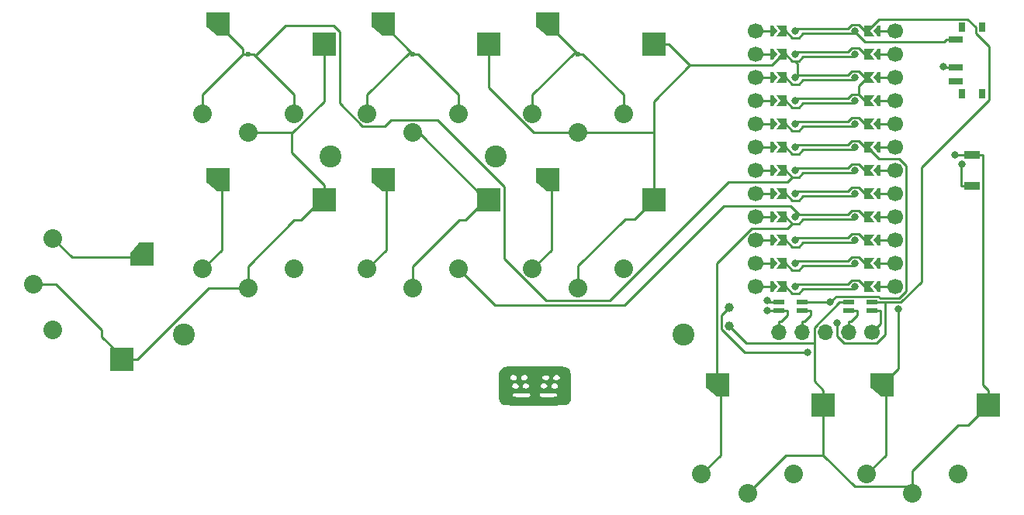
<source format=gbr>
%TF.GenerationSoftware,KiCad,Pcbnew,7.0.9*%
%TF.CreationDate,2024-03-07T17:23:47+01:00*%
%TF.ProjectId,zenFlow,7a656e46-6c6f-4772-9e6b-696361645f70,1*%
%TF.SameCoordinates,Original*%
%TF.FileFunction,Copper,L2,Bot*%
%TF.FilePolarity,Positive*%
%FSLAX46Y46*%
G04 Gerber Fmt 4.6, Leading zero omitted, Abs format (unit mm)*
G04 Created by KiCad (PCBNEW 7.0.9) date 2024-03-07 17:23:47*
%MOMM*%
%LPD*%
G01*
G04 APERTURE LIST*
G04 Aperture macros list*
%AMFreePoly0*
4,1,6,1.300000,-1.300000,-0.050000,-1.300000,-1.300000,-0.250000,-1.300000,1.300000,1.300000,1.300000,1.300000,-1.300000,1.300000,-1.300000,$1*%
%AMFreePoly1*
4,1,6,0.250000,0.000000,-0.250000,-0.625000,-0.500000,-0.625000,-0.500000,0.625000,-0.250000,0.625000,0.250000,0.000000,0.250000,0.000000,$1*%
%AMFreePoly2*
4,1,6,0.500000,-0.625000,-0.650000,-0.625000,-0.150000,0.000000,-0.650000,0.625000,0.500000,0.625000,0.500000,-0.625000,0.500000,-0.625000,$1*%
G04 Aperture macros list end*
%TA.AperFunction,SMDPad,CuDef*%
%ADD10FreePoly0,270.000000*%
%TD*%
%TA.AperFunction,SMDPad,CuDef*%
%ADD11R,2.600000X2.600000*%
%TD*%
%TA.AperFunction,ComponentPad*%
%ADD12C,2.032000*%
%TD*%
%TA.AperFunction,SMDPad,CuDef*%
%ADD13FreePoly0,0.000000*%
%TD*%
%TA.AperFunction,ComponentPad*%
%ADD14C,1.700000*%
%TD*%
%TA.AperFunction,ComponentPad*%
%ADD15C,0.800000*%
%TD*%
%TA.AperFunction,SMDPad,CuDef*%
%ADD16FreePoly1,0.000000*%
%TD*%
%TA.AperFunction,SMDPad,CuDef*%
%ADD17FreePoly2,0.000000*%
%TD*%
%TA.AperFunction,SMDPad,CuDef*%
%ADD18FreePoly2,180.000000*%
%TD*%
%TA.AperFunction,SMDPad,CuDef*%
%ADD19FreePoly1,180.000000*%
%TD*%
%TA.AperFunction,SMDPad,CuDef*%
%ADD20R,0.800000X1.000000*%
%TD*%
%TA.AperFunction,SMDPad,CuDef*%
%ADD21R,1.500000X0.700000*%
%TD*%
%TA.AperFunction,SMDPad,CuDef*%
%ADD22R,1.700000X0.900000*%
%TD*%
%TA.AperFunction,ComponentPad*%
%ADD23C,1.000000*%
%TD*%
%TA.AperFunction,ComponentPad*%
%ADD24C,0.600000*%
%TD*%
%TA.AperFunction,ComponentPad*%
%ADD25C,2.400000*%
%TD*%
%TA.AperFunction,SMDPad,CuDef*%
%ADD26R,1.200000X0.600000*%
%TD*%
%TA.AperFunction,ComponentPad*%
%ADD27O,1.700000X1.700000*%
%TD*%
%TA.AperFunction,ViaPad*%
%ADD28C,0.800000*%
%TD*%
%TA.AperFunction,Conductor*%
%ADD29C,0.250000*%
%TD*%
G04 APERTURE END LIST*
%TA.AperFunction,EtchedComponent*%
%TO.C,G\u002A\u002A\u002A*%
G36*
X207710300Y-162880686D02*
G01*
X207711516Y-163235098D01*
X207711655Y-163631693D01*
X207711667Y-163665737D01*
X207711667Y-164651957D01*
X207711667Y-165266679D01*
X207604619Y-165424213D01*
X207565138Y-165476866D01*
X207375242Y-165641177D01*
X207119274Y-165754779D01*
X207118723Y-165754936D01*
X207057680Y-165760182D01*
X206919007Y-165765256D01*
X206709542Y-165770084D01*
X206436118Y-165774591D01*
X206105573Y-165778701D01*
X205724741Y-165782340D01*
X205300459Y-165785434D01*
X204839562Y-165787908D01*
X204348886Y-165789686D01*
X203835267Y-165790695D01*
X203281340Y-165791310D01*
X202728327Y-165791634D01*
X202249100Y-165791176D01*
X201837878Y-165789533D01*
X201488882Y-165786303D01*
X201196331Y-165781082D01*
X200954445Y-165773470D01*
X200757445Y-165763063D01*
X200599549Y-165749458D01*
X200474979Y-165732255D01*
X200377953Y-165711049D01*
X200302692Y-165685439D01*
X200243415Y-165655023D01*
X200194343Y-165619397D01*
X200149695Y-165578161D01*
X200103692Y-165530910D01*
X200073941Y-165498374D01*
X199983321Y-165379258D01*
X199924930Y-165272994D01*
X199913248Y-165203241D01*
X199902805Y-165058761D01*
X199894255Y-164853313D01*
X199889010Y-164653005D01*
X201404000Y-164653005D01*
X201424061Y-164741223D01*
X201511825Y-164813871D01*
X201520538Y-164817325D01*
X201624247Y-164836819D01*
X201805842Y-164851147D01*
X202059564Y-164859982D01*
X202379659Y-164863000D01*
X202588886Y-164862686D01*
X202807598Y-164860613D01*
X202964029Y-164855465D01*
X203071048Y-164845953D01*
X203141526Y-164830787D01*
X203188331Y-164808677D01*
X203224333Y-164778333D01*
X203287969Y-164697299D01*
X203299879Y-164603290D01*
X203289541Y-164589128D01*
X204328464Y-164589128D01*
X204330421Y-164603290D01*
X204344240Y-164703297D01*
X204419086Y-164797099D01*
X204453672Y-164815881D01*
X204522077Y-164835331D01*
X204626510Y-164848836D01*
X204779123Y-164857327D01*
X204992069Y-164861737D01*
X205277500Y-164863000D01*
X205563836Y-164861130D01*
X205807782Y-164853425D01*
X205985633Y-164837722D01*
X206107086Y-164811871D01*
X206181835Y-164773726D01*
X206219575Y-164721137D01*
X206230000Y-164651957D01*
X206228353Y-164611268D01*
X206213243Y-164552488D01*
X206173932Y-164508811D01*
X206100347Y-164478028D01*
X205982414Y-164457932D01*
X205810057Y-164446312D01*
X205573203Y-164440960D01*
X205261776Y-164439667D01*
X204971906Y-164441155D01*
X204718795Y-164446623D01*
X204539043Y-164456436D01*
X204426697Y-164470937D01*
X204375800Y-164490466D01*
X204328464Y-164589128D01*
X203289541Y-164589128D01*
X203231583Y-164509728D01*
X203217900Y-164498762D01*
X203173268Y-164476881D01*
X203103034Y-164461037D01*
X202995390Y-164450311D01*
X202838524Y-164443785D01*
X202620626Y-164440543D01*
X202329883Y-164439667D01*
X202104133Y-164440071D01*
X201855909Y-164443158D01*
X201674440Y-164451357D01*
X201549315Y-164467067D01*
X201470121Y-164492688D01*
X201426446Y-164530618D01*
X201407876Y-164583258D01*
X201404000Y-164653005D01*
X199889010Y-164653005D01*
X199887597Y-164599033D01*
X199882831Y-164308055D01*
X199879957Y-163992513D01*
X199878975Y-163664542D01*
X199879088Y-163623567D01*
X201287646Y-163623567D01*
X201297467Y-163720537D01*
X201380909Y-163827757D01*
X201478524Y-163893506D01*
X201621865Y-163927199D01*
X201771494Y-163915217D01*
X201905501Y-163863119D01*
X202001973Y-163776462D01*
X202031912Y-163682948D01*
X202468369Y-163682948D01*
X202508882Y-163797710D01*
X202611477Y-163882076D01*
X202648652Y-163897448D01*
X202827420Y-163931597D01*
X202992234Y-163904868D01*
X203123211Y-163823604D01*
X203200468Y-163694150D01*
X203202413Y-163686865D01*
X203196605Y-163622180D01*
X204415967Y-163622180D01*
X204425603Y-163686865D01*
X204432930Y-163736049D01*
X204521209Y-163843927D01*
X204596019Y-163890184D01*
X204762051Y-163932395D01*
X204929165Y-163911294D01*
X205067758Y-163827757D01*
X205075527Y-163819819D01*
X205143681Y-163732458D01*
X205171667Y-163663114D01*
X205170053Y-163643968D01*
X205166841Y-163637377D01*
X205591511Y-163637377D01*
X205595374Y-163663114D01*
X205610732Y-163765434D01*
X205689086Y-163865766D01*
X205716062Y-163881884D01*
X205858653Y-163921860D01*
X206026070Y-163921474D01*
X206178004Y-163879588D01*
X206214525Y-163857278D01*
X206289124Y-163757303D01*
X206308252Y-163631693D01*
X206271803Y-163509403D01*
X206179673Y-163419388D01*
X206172442Y-163415660D01*
X206019388Y-163376881D01*
X205846620Y-163386225D01*
X205699864Y-163441576D01*
X205630609Y-163513658D01*
X205591511Y-163637377D01*
X205166841Y-163637377D01*
X205120432Y-163542151D01*
X205020595Y-163448213D01*
X204896500Y-163388099D01*
X204839562Y-163376093D01*
X204682117Y-163379278D01*
X204551646Y-163430330D01*
X204459234Y-163515786D01*
X204415967Y-163622180D01*
X203196605Y-163622180D01*
X203192323Y-163574483D01*
X203117073Y-163477865D01*
X202994920Y-163407745D01*
X202844120Y-163374852D01*
X202682929Y-163389920D01*
X202560064Y-163455420D01*
X202486557Y-163561086D01*
X202471674Y-163660807D01*
X202468369Y-163682948D01*
X202031912Y-163682948D01*
X202039000Y-163660807D01*
X202007525Y-163544267D01*
X201915563Y-163447513D01*
X201784599Y-163387289D01*
X201636366Y-163369391D01*
X201492599Y-163399614D01*
X201375030Y-163483754D01*
X201351035Y-163512712D01*
X201287646Y-163623567D01*
X199879088Y-163623567D01*
X199879884Y-163336275D01*
X199882683Y-163019848D01*
X199887372Y-162727395D01*
X199887825Y-162709738D01*
X201107589Y-162709738D01*
X201112348Y-162822884D01*
X201187083Y-162932082D01*
X201222243Y-162957448D01*
X201350036Y-163007685D01*
X201496118Y-163029603D01*
X201615667Y-163014575D01*
X201682257Y-162980666D01*
X201788047Y-162877092D01*
X201826685Y-162750355D01*
X201826075Y-162741271D01*
X202275563Y-162741271D01*
X202278699Y-162750355D01*
X202317825Y-162863690D01*
X202382406Y-162934729D01*
X202488470Y-163002223D01*
X202501040Y-163006944D01*
X202607379Y-163036357D01*
X202701545Y-163028961D01*
X202826415Y-162982217D01*
X202953280Y-162893666D01*
X203011081Y-162777688D01*
X203004020Y-162723985D01*
X204588636Y-162723985D01*
X204598344Y-162777688D01*
X204601989Y-162797855D01*
X204674250Y-162893568D01*
X204786572Y-162981837D01*
X204931932Y-163026285D01*
X205080392Y-163020012D01*
X205211616Y-162967616D01*
X205305264Y-162873694D01*
X205326069Y-162797516D01*
X205772369Y-162797516D01*
X205828786Y-162899388D01*
X205954981Y-162981956D01*
X206003057Y-163001460D01*
X206118092Y-163034908D01*
X206217286Y-163027879D01*
X206344942Y-162980173D01*
X206369312Y-162968442D01*
X206473497Y-162875746D01*
X206513016Y-162758125D01*
X206490888Y-162637155D01*
X206410133Y-162534414D01*
X206273768Y-162471482D01*
X206245112Y-162465922D01*
X206077714Y-162464032D01*
X205938402Y-162509599D01*
X205835515Y-162589269D01*
X205777391Y-162689692D01*
X205774915Y-162742845D01*
X205772369Y-162797516D01*
X205326069Y-162797516D01*
X205341000Y-162742845D01*
X205325559Y-162653391D01*
X205249975Y-162544750D01*
X205129546Y-162477072D01*
X204984628Y-162455750D01*
X204835575Y-162486176D01*
X204702744Y-162573743D01*
X204636718Y-162643582D01*
X204588636Y-162723985D01*
X203004020Y-162723985D01*
X202994698Y-162653083D01*
X202901124Y-162537739D01*
X202781709Y-162473164D01*
X202637395Y-162451541D01*
X202498850Y-162476354D01*
X202381848Y-162538789D01*
X202302161Y-162630033D01*
X202275563Y-162741271D01*
X201826075Y-162741271D01*
X201821936Y-162679671D01*
X201778226Y-162576514D01*
X201671367Y-162498671D01*
X201671111Y-162498536D01*
X201524128Y-162454101D01*
X201381075Y-162464825D01*
X201255162Y-162518887D01*
X201159596Y-162604465D01*
X201107589Y-162709738D01*
X199887825Y-162709738D01*
X199893952Y-162471049D01*
X199902421Y-162262946D01*
X199912779Y-162115220D01*
X199925027Y-162040006D01*
X200013705Y-161884246D01*
X200171778Y-161721933D01*
X200366833Y-161598925D01*
X200376518Y-161594549D01*
X200412797Y-161580550D01*
X200457391Y-161568426D01*
X200516173Y-161558042D01*
X200595016Y-161549262D01*
X200699795Y-161541948D01*
X200836380Y-161535965D01*
X201010647Y-161531175D01*
X201228468Y-161527442D01*
X201495717Y-161524629D01*
X201818266Y-161522601D01*
X202201989Y-161521220D01*
X202652759Y-161520350D01*
X203176449Y-161519854D01*
X203778933Y-161519596D01*
X204294714Y-161519702D01*
X204901997Y-161520660D01*
X205430029Y-161522588D01*
X205881886Y-161525529D01*
X206260644Y-161529525D01*
X206569378Y-161534621D01*
X206811165Y-161540857D01*
X206989080Y-161548279D01*
X207106200Y-161556927D01*
X207165600Y-161566846D01*
X207178467Y-161571361D01*
X207315703Y-161635217D01*
X207447128Y-161717201D01*
X207462332Y-161728489D01*
X207524703Y-161776683D01*
X207575696Y-161825140D01*
X207616456Y-161882299D01*
X207648129Y-161956603D01*
X207671861Y-162056490D01*
X207688799Y-162190401D01*
X207700087Y-162366778D01*
X207706872Y-162594059D01*
X207708834Y-162758125D01*
X207710300Y-162880686D01*
G37*
%TD.AperFunction*%
%TD*%
D10*
%TO.P,S1,1*%
%TO.N,P8*%
X160950000Y-149225000D03*
D11*
%TO.P,S1,2*%
%TO.N,GND*%
X158750000Y-160775000D03*
D12*
X149100000Y-152500000D03*
%TO.P,S1,1*%
%TO.N,P8*%
X151200000Y-147500000D03*
X151200000Y-157500000D03*
%TD*%
D13*
%TO.P,S2,1*%
%TO.N,P7*%
X169225000Y-141110000D03*
D11*
%TO.P,S2,2*%
%TO.N,GND*%
X180775000Y-143310000D03*
D12*
X172500000Y-152960000D03*
%TO.P,S2,1*%
%TO.N,P7*%
X167500000Y-150860000D03*
X177500000Y-150860000D03*
%TD*%
D13*
%TO.P,S3,1*%
%TO.N,P19*%
X169225000Y-124110000D03*
D11*
%TO.P,S3,2*%
%TO.N,GND*%
X180775000Y-126310000D03*
D12*
X172500000Y-135960000D03*
%TO.P,S3,1*%
%TO.N,P19*%
X167500000Y-133860000D03*
X177500000Y-133860000D03*
%TD*%
D13*
%TO.P,S4,1*%
%TO.N,P6*%
X187225000Y-141110000D03*
D11*
%TO.P,S4,2*%
%TO.N,GND*%
X198775000Y-143310000D03*
D12*
X190500000Y-152960000D03*
%TO.P,S4,1*%
%TO.N,P6*%
X185500000Y-150860000D03*
X195500000Y-150860000D03*
%TD*%
D13*
%TO.P,S5,1*%
%TO.N,P20*%
X187225000Y-124110000D03*
D11*
%TO.P,S5,2*%
%TO.N,GND*%
X198775000Y-126310000D03*
D12*
X190500000Y-135960000D03*
%TO.P,S5,1*%
%TO.N,P20*%
X185500000Y-133860000D03*
X195500000Y-133860000D03*
%TD*%
D13*
%TO.P,S6,1*%
%TO.N,P5*%
X205225000Y-141110000D03*
D11*
%TO.P,S6,2*%
%TO.N,GND*%
X216775000Y-143310000D03*
D12*
X208500000Y-152960000D03*
%TO.P,S6,1*%
%TO.N,P5*%
X203500000Y-150860000D03*
X213500000Y-150860000D03*
%TD*%
D13*
%TO.P,S7,1*%
%TO.N,P21*%
X205225000Y-124110000D03*
D11*
%TO.P,S7,2*%
%TO.N,GND*%
X216775000Y-126310000D03*
D12*
X208500000Y-135960000D03*
%TO.P,S7,1*%
%TO.N,P21*%
X203500000Y-133860000D03*
X213500000Y-133860000D03*
%TD*%
D13*
%TO.P,S8,1*%
%TO.N,P15*%
X223725000Y-163550000D03*
D11*
%TO.P,S8,2*%
%TO.N,GND*%
X235275000Y-165750000D03*
D12*
X227000000Y-175400000D03*
%TO.P,S8,1*%
%TO.N,P15*%
X222000000Y-173300000D03*
X232000000Y-173300000D03*
%TD*%
D13*
%TO.P,S9,1*%
%TO.N,P14*%
X241725000Y-163550000D03*
D11*
%TO.P,S9,2*%
%TO.N,GND*%
X253275000Y-165750000D03*
D12*
X245000000Y-175400000D03*
%TO.P,S9,1*%
%TO.N,P14*%
X240000000Y-173300000D03*
X250000000Y-173300000D03*
%TD*%
D14*
%TO.P,MCU1,24*%
%TO.N,MCU1_24*%
X227880000Y-124860000D03*
%TO.P,MCU1,1*%
%TO.N,MCU1_1*%
X243120000Y-124860000D03*
D15*
%TO.P,MCU1,124*%
%TO.N,P1*%
X232238000Y-124860000D03*
%TO.P,MCU1,1*%
%TO.N,RAW*%
X238762000Y-124860000D03*
D16*
%TO.P,MCU1,24*%
%TO.N,MCU1_24*%
X230000000Y-124860000D03*
D17*
%TO.P,MCU1,1*%
%TO.N,RAW*%
X230725000Y-124860000D03*
D18*
%TO.P,MCU1,124*%
%TO.N,P1*%
X240275000Y-124860000D03*
D19*
%TO.P,MCU1,1*%
%TO.N,MCU1_1*%
X241000000Y-124860000D03*
D14*
%TO.P,MCU1,23*%
%TO.N,MCU1_23*%
X227880000Y-127400000D03*
%TO.P,MCU1,2*%
%TO.N,MCU1_2*%
X243120000Y-127400000D03*
D15*
%TO.P,MCU1,123*%
%TO.N,P0*%
X232238000Y-127400000D03*
%TO.P,MCU1,2*%
%TO.N,GND*%
X238762000Y-127400000D03*
D16*
%TO.P,MCU1,23*%
%TO.N,MCU1_23*%
X230000000Y-127400000D03*
D17*
%TO.P,MCU1,2*%
%TO.N,GND*%
X230725000Y-127400000D03*
D18*
%TO.P,MCU1,123*%
%TO.N,P0*%
X240275000Y-127400000D03*
D19*
%TO.P,MCU1,2*%
%TO.N,MCU1_2*%
X241000000Y-127400000D03*
D14*
%TO.P,MCU1,22*%
%TO.N,MCU1_22*%
X227880000Y-129940000D03*
%TO.P,MCU1,3*%
%TO.N,MCU1_3*%
X243120000Y-129940000D03*
D15*
%TO.P,MCU1,122*%
%TO.N,GND*%
X232238000Y-129940000D03*
%TO.P,MCU1,3*%
%TO.N,RST*%
X238762000Y-129940000D03*
D16*
%TO.P,MCU1,22*%
%TO.N,MCU1_22*%
X230000000Y-129940000D03*
D17*
%TO.P,MCU1,3*%
%TO.N,RST*%
X230725000Y-129940000D03*
D18*
%TO.P,MCU1,122*%
%TO.N,GND*%
X240275000Y-129940000D03*
D19*
%TO.P,MCU1,3*%
%TO.N,MCU1_3*%
X241000000Y-129940000D03*
D14*
%TO.P,MCU1,21*%
%TO.N,MCU1_21*%
X227880000Y-132480000D03*
%TO.P,MCU1,4*%
%TO.N,MCU1_4*%
X243120000Y-132480000D03*
D15*
%TO.P,MCU1,121*%
%TO.N,GND*%
X232238000Y-132480000D03*
%TO.P,MCU1,4*%
%TO.N,VCC*%
X238762000Y-132480000D03*
D16*
%TO.P,MCU1,21*%
%TO.N,MCU1_21*%
X230000000Y-132480000D03*
D17*
%TO.P,MCU1,4*%
%TO.N,VCC*%
X230725000Y-132480000D03*
D18*
%TO.P,MCU1,121*%
%TO.N,GND*%
X240275000Y-132480000D03*
D19*
%TO.P,MCU1,4*%
%TO.N,MCU1_4*%
X241000000Y-132480000D03*
D14*
%TO.P,MCU1,20*%
%TO.N,MCU1_20*%
X227880000Y-135020000D03*
%TO.P,MCU1,5*%
%TO.N,MCU1_5*%
X243120000Y-135020000D03*
D15*
%TO.P,MCU1,120*%
%TO.N,P2*%
X232238000Y-135020000D03*
%TO.P,MCU1,5*%
%TO.N,P21*%
X238762000Y-135020000D03*
D16*
%TO.P,MCU1,20*%
%TO.N,MCU1_20*%
X230000000Y-135020000D03*
D17*
%TO.P,MCU1,5*%
%TO.N,P21*%
X230725000Y-135020000D03*
D18*
%TO.P,MCU1,120*%
%TO.N,P2*%
X240275000Y-135020000D03*
D19*
%TO.P,MCU1,5*%
%TO.N,MCU1_5*%
X241000000Y-135020000D03*
D14*
%TO.P,MCU1,19*%
%TO.N,MCU1_19*%
X227880000Y-137560000D03*
%TO.P,MCU1,6*%
%TO.N,MCU1_6*%
X243120000Y-137560000D03*
D15*
%TO.P,MCU1,119*%
%TO.N,P3*%
X232238000Y-137560000D03*
%TO.P,MCU1,6*%
%TO.N,P20*%
X238762000Y-137560000D03*
D16*
%TO.P,MCU1,19*%
%TO.N,MCU1_19*%
X230000000Y-137560000D03*
D17*
%TO.P,MCU1,6*%
%TO.N,P20*%
X230725000Y-137560000D03*
D18*
%TO.P,MCU1,119*%
%TO.N,P3*%
X240275000Y-137560000D03*
D19*
%TO.P,MCU1,6*%
%TO.N,MCU1_6*%
X241000000Y-137560000D03*
D14*
%TO.P,MCU1,18*%
%TO.N,MCU1_18*%
X227880000Y-140100000D03*
%TO.P,MCU1,7*%
%TO.N,MCU1_7*%
X243120000Y-140100000D03*
D15*
%TO.P,MCU1,118*%
%TO.N,P4*%
X232238000Y-140100000D03*
%TO.P,MCU1,7*%
%TO.N,P19*%
X238762000Y-140100000D03*
D16*
%TO.P,MCU1,18*%
%TO.N,MCU1_18*%
X230000000Y-140100000D03*
D17*
%TO.P,MCU1,7*%
%TO.N,P19*%
X230725000Y-140100000D03*
D18*
%TO.P,MCU1,118*%
%TO.N,P4*%
X240275000Y-140100000D03*
D19*
%TO.P,MCU1,7*%
%TO.N,MCU1_7*%
X241000000Y-140100000D03*
D14*
%TO.P,MCU1,17*%
%TO.N,MCU1_17*%
X227880000Y-142640000D03*
%TO.P,MCU1,8*%
%TO.N,MCU1_8*%
X243120000Y-142640000D03*
D15*
%TO.P,MCU1,117*%
%TO.N,P5*%
X232238000Y-142640000D03*
%TO.P,MCU1,8*%
%TO.N,P18*%
X238762000Y-142640000D03*
D16*
%TO.P,MCU1,17*%
%TO.N,MCU1_17*%
X230000000Y-142640000D03*
D17*
%TO.P,MCU1,8*%
%TO.N,P18*%
X230725000Y-142640000D03*
D18*
%TO.P,MCU1,117*%
%TO.N,P5*%
X240275000Y-142640000D03*
D19*
%TO.P,MCU1,8*%
%TO.N,MCU1_8*%
X241000000Y-142640000D03*
D14*
%TO.P,MCU1,16*%
%TO.N,MCU1_16*%
X227880000Y-145180000D03*
%TO.P,MCU1,9*%
%TO.N,MCU1_9*%
X243120000Y-145180000D03*
D15*
%TO.P,MCU1,116*%
%TO.N,P6*%
X232238000Y-145180000D03*
%TO.P,MCU1,9*%
%TO.N,P15*%
X238762000Y-145180000D03*
D16*
%TO.P,MCU1,16*%
%TO.N,MCU1_16*%
X230000000Y-145180000D03*
D17*
%TO.P,MCU1,9*%
%TO.N,P15*%
X230725000Y-145180000D03*
D18*
%TO.P,MCU1,116*%
%TO.N,P6*%
X240275000Y-145180000D03*
D19*
%TO.P,MCU1,9*%
%TO.N,MCU1_9*%
X241000000Y-145180000D03*
D14*
%TO.P,MCU1,15*%
%TO.N,MCU1_15*%
X227880000Y-147720000D03*
%TO.P,MCU1,10*%
%TO.N,MCU1_10*%
X243120000Y-147720000D03*
D15*
%TO.P,MCU1,115*%
%TO.N,P7*%
X232238000Y-147720000D03*
%TO.P,MCU1,10*%
%TO.N,P14*%
X238762000Y-147720000D03*
D16*
%TO.P,MCU1,15*%
%TO.N,MCU1_15*%
X230000000Y-147720000D03*
D17*
%TO.P,MCU1,10*%
%TO.N,P14*%
X230725000Y-147720000D03*
D18*
%TO.P,MCU1,115*%
%TO.N,P7*%
X240275000Y-147720000D03*
D19*
%TO.P,MCU1,10*%
%TO.N,MCU1_10*%
X241000000Y-147720000D03*
D14*
%TO.P,MCU1,14*%
%TO.N,MCU1_14*%
X227880000Y-150260000D03*
%TO.P,MCU1,11*%
%TO.N,MCU1_11*%
X243120000Y-150260000D03*
D15*
%TO.P,MCU1,114*%
%TO.N,P8*%
X232238000Y-150260000D03*
%TO.P,MCU1,11*%
%TO.N,P16*%
X238762000Y-150260000D03*
D16*
%TO.P,MCU1,14*%
%TO.N,MCU1_14*%
X230000000Y-150260000D03*
D17*
%TO.P,MCU1,11*%
%TO.N,P16*%
X230725000Y-150260000D03*
D18*
%TO.P,MCU1,114*%
%TO.N,P8*%
X240275000Y-150260000D03*
D19*
%TO.P,MCU1,11*%
%TO.N,MCU1_11*%
X241000000Y-150260000D03*
D14*
%TO.P,MCU1,13*%
%TO.N,MCU1_13*%
X227880000Y-152800000D03*
%TO.P,MCU1,12*%
%TO.N,MCU1_12*%
X243120000Y-152800000D03*
D15*
%TO.P,MCU1,113*%
%TO.N,P9*%
X232238000Y-152800000D03*
%TO.P,MCU1,12*%
%TO.N,P10*%
X238762000Y-152800000D03*
D16*
%TO.P,MCU1,13*%
%TO.N,MCU1_13*%
X230000000Y-152800000D03*
D17*
%TO.P,MCU1,12*%
%TO.N,P10*%
X230725000Y-152800000D03*
D18*
%TO.P,MCU1,113*%
%TO.N,P9*%
X240275000Y-152800000D03*
D19*
%TO.P,MCU1,12*%
%TO.N,MCU1_12*%
X241000000Y-152800000D03*
%TD*%
D20*
%TO.P,SW1,*%
%TO.N,*%
X250415000Y-124410000D03*
X252625000Y-124410000D03*
D21*
%TO.P,SW1,4*%
%TO.N,N/C*%
X249765000Y-130310000D03*
D20*
%TO.P,SW1,*%
%TO.N,*%
X250415000Y-131710000D03*
D21*
%TO.P,SW1,5*%
%TO.N,BAT_P*%
X249765000Y-128810000D03*
%TO.P,SW1,6*%
%TO.N,RAW*%
X249765000Y-125810000D03*
D20*
%TO.P,SW1,*%
%TO.N,*%
X252625000Y-131710000D03*
%TD*%
D22*
%TO.P,S10,1*%
%TO.N,RST*%
X251500000Y-141760000D03*
%TO.P,S10,2*%
%TO.N,GND*%
X251500000Y-138360000D03*
%TD*%
D23*
%TO.P,BAT,1*%
%TO.N,GND*%
X225000000Y-157060000D03*
%TO.P,BAT,2*%
%TO.N,BAT_P*%
X225000000Y-155060000D03*
%TD*%
D24*
%TO.P,Via1,1*%
%TO.N,P19*%
X172500000Y-127360000D03*
%TD*%
%TO.P,Via2,1*%
%TO.N,P20*%
X190500000Y-127360000D03*
%TD*%
%TO.P,Via3,1*%
%TO.N,P21*%
X208500000Y-127360000D03*
%TD*%
D25*
%TO.P,H1,*%
%TO.N,*%
X199500000Y-138560000D03*
%TD*%
%TO.P,H2,*%
%TO.N,*%
X181500000Y-138560000D03*
%TD*%
%TO.P,H3,*%
%TO.N,*%
X165500000Y-158060000D03*
%TD*%
%TO.P,H4,*%
%TO.N,*%
X220000000Y-158060000D03*
%TD*%
D26*
%TO.P,DISP1,24*%
%TO.N,P1*%
X240580000Y-154510000D03*
%TO.P,DISP1,25*%
%TO.N,GND*%
X238040000Y-154510000D03*
%TO.P,DISP1,26*%
%TO.N,P3*%
X232960000Y-154510000D03*
%TO.P,DISP1,27*%
%TO.N,P2*%
X230420000Y-154510000D03*
%TO.P,DISP1,20*%
%TO.N,DISP1_5*%
X240580000Y-155410000D03*
%TO.P,DISP1,21*%
%TO.N,DISP1_4*%
X238040000Y-155410000D03*
%TO.P,DISP1,22*%
%TO.N,DISP1_2*%
X232960000Y-155410000D03*
%TO.P,DISP1,23*%
%TO.N,DISP1_1*%
X230420000Y-155410000D03*
D27*
%TO.P,DISP1,1*%
X230420000Y-157760000D03*
%TO.P,DISP1,2*%
%TO.N,DISP1_2*%
X232960000Y-157760000D03*
%TO.P,DISP1,3*%
%TO.N,VCC*%
X235500000Y-157760000D03*
%TO.P,DISP1,4*%
%TO.N,DISP1_4*%
X238040000Y-157760000D03*
D14*
%TO.P,DISP1,5*%
%TO.N,DISP1_5*%
X240580000Y-157760000D03*
%TD*%
D28*
%TO.N,DISP1_1*%
X229190300Y-155380900D03*
%TO.N,BAT_P*%
X248409100Y-128738500D03*
X233557500Y-159981500D03*
%TO.N,P3*%
X236047300Y-154502600D03*
%TO.N,P2*%
X229198400Y-154315400D03*
%TO.N,P1*%
X236774500Y-156754900D03*
%TO.N,RST*%
X250412300Y-139422900D03*
%TO.N,P14*%
X243507100Y-155227500D03*
%TO.N,GND*%
X249679800Y-138359200D03*
%TD*%
D29*
%TO.N,DISP1_5*%
X241506900Y-156833100D02*
X241506900Y-155410000D01*
X240580000Y-157760000D02*
X241506900Y-156833100D01*
X240580000Y-155410000D02*
X241506900Y-155410000D01*
%TO.N,DISP1_4*%
X238966900Y-155910100D02*
X238966900Y-155410000D01*
X238293900Y-156583100D02*
X238966900Y-155910100D01*
X238040000Y-156583100D02*
X238293900Y-156583100D01*
X238040000Y-155410000D02*
X238966900Y-155410000D01*
X238040000Y-157760000D02*
X238040000Y-156583100D01*
%TO.N,DISP1_2*%
X233886900Y-155910100D02*
X233886900Y-155410000D01*
X233213900Y-156583100D02*
X233886900Y-155910100D01*
X232960000Y-156583100D02*
X233213900Y-156583100D01*
X232960000Y-155410000D02*
X233886900Y-155410000D01*
X232960000Y-157760000D02*
X232960000Y-156583100D01*
%TO.N,DISP1_1*%
X229219400Y-155410000D02*
X229190300Y-155380900D01*
X230420000Y-155410000D02*
X229219400Y-155410000D01*
X231346900Y-155910100D02*
X231346900Y-155410000D01*
X230673900Y-156583100D02*
X231346900Y-155910100D01*
X230420000Y-156583100D02*
X230673900Y-156583100D01*
X230420000Y-155410000D02*
X231346900Y-155410000D01*
X230420000Y-157760000D02*
X230420000Y-156583100D01*
%TO.N,BAT_P*%
X249765000Y-128810000D02*
X248688100Y-128810000D01*
X248480600Y-128810000D02*
X248409100Y-128738500D01*
X248688100Y-128810000D02*
X248480600Y-128810000D01*
X226734100Y-159981500D02*
X233557500Y-159981500D01*
X224161000Y-157408400D02*
X226734100Y-159981500D01*
X224161000Y-155899000D02*
X224161000Y-157408400D01*
X225000000Y-155060000D02*
X224161000Y-155899000D01*
%TO.N,MCU1_12*%
X243120000Y-152800000D02*
X241000000Y-152800000D01*
%TO.N,MCU1_13*%
X227880000Y-152800000D02*
X230000000Y-152800000D01*
%TO.N,MCU1_11*%
X243120000Y-150260000D02*
X241000000Y-150260000D01*
%TO.N,MCU1_14*%
X227880000Y-150260000D02*
X230000000Y-150260000D01*
%TO.N,MCU1_10*%
X243120000Y-147720000D02*
X241000000Y-147720000D01*
%TO.N,MCU1_15*%
X227880000Y-147720000D02*
X230000000Y-147720000D01*
%TO.N,MCU1_9*%
X243120000Y-145180000D02*
X241000000Y-145180000D01*
%TO.N,MCU1_16*%
X227880000Y-145180000D02*
X230000000Y-145180000D01*
%TO.N,MCU1_8*%
X243120000Y-142640000D02*
X241000000Y-142640000D01*
%TO.N,MCU1_17*%
X227880000Y-142640000D02*
X230000000Y-142640000D01*
%TO.N,MCU1_7*%
X243120000Y-140100000D02*
X241000000Y-140100000D01*
%TO.N,MCU1_18*%
X227880000Y-140100000D02*
X230000000Y-140100000D01*
%TO.N,MCU1_6*%
X243120000Y-137560000D02*
X241000000Y-137560000D01*
%TO.N,MCU1_19*%
X227880000Y-137560000D02*
X230000000Y-137560000D01*
%TO.N,MCU1_5*%
X243120000Y-135020000D02*
X241000000Y-135020000D01*
%TO.N,MCU1_20*%
X227880000Y-135020000D02*
X230000000Y-135020000D01*
%TO.N,MCU1_4*%
X243120000Y-132480000D02*
X241000000Y-132480000D01*
%TO.N,MCU1_21*%
X227880000Y-132480000D02*
X230000000Y-132480000D01*
%TO.N,MCU1_3*%
X243120000Y-129940000D02*
X241000000Y-129940000D01*
%TO.N,MCU1_22*%
X227880000Y-129940000D02*
X230000000Y-129940000D01*
%TO.N,MCU1_2*%
X243120000Y-127400000D02*
X241000000Y-127400000D01*
%TO.N,MCU1_23*%
X227880000Y-127400000D02*
X230000000Y-127400000D01*
%TO.N,MCU1_1*%
X243120000Y-124860000D02*
X241000000Y-124860000D01*
%TO.N,MCU1_24*%
X227880000Y-124860000D02*
X230000000Y-124860000D01*
%TO.N,P9*%
X240280000Y-152800000D02*
X240275000Y-152800000D01*
X232337200Y-152700800D02*
X232339200Y-152700800D01*
X232238000Y-152800000D02*
X232337200Y-152700800D01*
X232490000Y-152550000D02*
X232339200Y-152700800D01*
X237940000Y-152550000D02*
X232490000Y-152550000D01*
X238410000Y-152070000D02*
X237940000Y-152550000D01*
X239110000Y-152070000D02*
X238410000Y-152070000D01*
X239840000Y-152800000D02*
X239110000Y-152070000D01*
X240275000Y-152800000D02*
X239840000Y-152800000D01*
X232339200Y-152700800D02*
X232240000Y-152800000D01*
%TO.N,P4*%
X240280000Y-140100000D02*
X240275000Y-140100000D01*
X232337200Y-140000800D02*
X232339200Y-140000800D01*
X232238000Y-140100000D02*
X232337200Y-140000800D01*
X232490000Y-139850000D02*
X232339200Y-140000800D01*
X237940000Y-139850000D02*
X232490000Y-139850000D01*
X238410000Y-139370000D02*
X237940000Y-139850000D01*
X239110000Y-139370000D02*
X238410000Y-139370000D01*
X239840000Y-140100000D02*
X239110000Y-139370000D01*
X240275000Y-140100000D02*
X239840000Y-140100000D01*
X232339200Y-140000800D02*
X232240000Y-140100000D01*
%TO.N,P3*%
X240280000Y-137560000D02*
X240275000Y-137560000D01*
X232337200Y-137460800D02*
X232339200Y-137460800D01*
X232238000Y-137560000D02*
X232337200Y-137460800D01*
X232339200Y-137460800D02*
X232240000Y-137560000D01*
X240275000Y-137560000D02*
X240057500Y-137560000D01*
X232490000Y-137310000D02*
X232339200Y-137460800D01*
X237940000Y-137310000D02*
X232490000Y-137310000D01*
X238410000Y-136830000D02*
X237940000Y-137310000D01*
X239110000Y-136830000D02*
X238410000Y-136830000D01*
X239840000Y-137560000D02*
X239110000Y-136830000D01*
X240057500Y-137560000D02*
X239840000Y-137560000D01*
X232960000Y-154510000D02*
X233886900Y-154510000D01*
X233894300Y-154502600D02*
X233886900Y-154510000D01*
X236047300Y-154502600D02*
X233894300Y-154502600D01*
X236666800Y-153883100D02*
X236047300Y-154502600D01*
X241315400Y-153883100D02*
X236666800Y-153883100D01*
X241448300Y-154016000D02*
X241315400Y-153883100D01*
X243581100Y-154016000D02*
X241448300Y-154016000D01*
X244319600Y-153277500D02*
X243581100Y-154016000D01*
X244319600Y-139566000D02*
X244319600Y-153277500D01*
X243583600Y-138830000D02*
X244319600Y-139566000D01*
X241327500Y-138830000D02*
X243583600Y-138830000D01*
X240057500Y-137560000D02*
X241327500Y-138830000D01*
%TO.N,P2*%
X240280000Y-135020000D02*
X240275000Y-135020000D01*
X232337200Y-134920800D02*
X232339200Y-134920800D01*
X232238000Y-135020000D02*
X232337200Y-134920800D01*
X232339200Y-134920800D02*
X232240000Y-135020000D01*
X232490000Y-134770000D02*
X232339200Y-134920800D01*
X237940000Y-134770000D02*
X232490000Y-134770000D01*
X238410000Y-134290000D02*
X237940000Y-134770000D01*
X239110000Y-134290000D02*
X238410000Y-134290000D01*
X239840000Y-135020000D02*
X239110000Y-134290000D01*
X240275000Y-135020000D02*
X239840000Y-135020000D01*
X229298500Y-154315400D02*
X229493100Y-154510000D01*
X229198400Y-154315400D02*
X229298500Y-154315400D01*
X230420000Y-154510000D02*
X229493100Y-154510000D01*
%TO.N,P0*%
X240280000Y-127400000D02*
X240275000Y-127400000D01*
X232337200Y-127300800D02*
X232339200Y-127300800D01*
X232238000Y-127400000D02*
X232337200Y-127300800D01*
X232490000Y-127150000D02*
X232339200Y-127300800D01*
X237940000Y-127150000D02*
X232490000Y-127150000D01*
X238410000Y-126670000D02*
X237940000Y-127150000D01*
X239110000Y-126670000D02*
X238410000Y-126670000D01*
X239840000Y-127400000D02*
X239110000Y-126670000D01*
X240275000Y-127400000D02*
X239840000Y-127400000D01*
X232339200Y-127300800D02*
X232240000Y-127400000D01*
%TO.N,P1*%
X232337200Y-124760800D02*
X232339200Y-124760800D01*
X232238000Y-124860000D02*
X232337200Y-124760800D01*
X232339200Y-124760800D02*
X232240000Y-124860000D01*
X240280000Y-124860000D02*
X240275000Y-124860000D01*
X240275000Y-124860000D02*
X240057500Y-124860000D01*
X232490000Y-124610000D02*
X232339200Y-124760800D01*
X237940000Y-124610000D02*
X232490000Y-124610000D01*
X238410000Y-124130000D02*
X237940000Y-124610000D01*
X239110000Y-124130000D02*
X238410000Y-124130000D01*
X239840000Y-124860000D02*
X239110000Y-124130000D01*
X240057500Y-124860000D02*
X239840000Y-124860000D01*
X240580000Y-154510000D02*
X241506900Y-154510000D01*
X241992600Y-154510000D02*
X241506900Y-154510000D01*
X242013700Y-154488900D02*
X241992600Y-154510000D01*
X243750600Y-154488900D02*
X242013700Y-154488900D01*
X245980200Y-152259300D02*
X243750600Y-154488900D01*
X245980200Y-139743800D02*
X245980200Y-152259300D01*
X253364500Y-132359500D02*
X245980200Y-139743800D01*
X253364500Y-126554100D02*
X253364500Y-132359500D01*
X251893500Y-125083100D02*
X253364500Y-126554100D01*
X251893500Y-124457800D02*
X251893500Y-125083100D01*
X250970100Y-123534400D02*
X251893500Y-124457800D01*
X241383100Y-123534400D02*
X250970100Y-123534400D01*
X240057500Y-124860000D02*
X241383100Y-123534400D01*
X236774600Y-156754900D02*
X236774500Y-156754900D01*
X236774600Y-158185800D02*
X236774600Y-156754900D01*
X237525700Y-158936900D02*
X236774600Y-158185800D01*
X241071200Y-158936900D02*
X237525700Y-158936900D01*
X241992600Y-158015500D02*
X241071200Y-158936900D01*
X241992600Y-154510000D02*
X241992600Y-158015500D01*
%TO.N,P10*%
X230720000Y-152800000D02*
X230725000Y-152800000D01*
X238662800Y-152899200D02*
X238660800Y-152899200D01*
X238762000Y-152800000D02*
X238662800Y-152899200D01*
X238510000Y-153050000D02*
X238660800Y-152899200D01*
X233050000Y-153050000D02*
X238510000Y-153050000D01*
X232960000Y-153140000D02*
X233050000Y-153050000D01*
X232960000Y-153150000D02*
X232960000Y-153140000D01*
X232590000Y-153530000D02*
X232960000Y-153150000D01*
X231890000Y-153530000D02*
X232590000Y-153530000D01*
X231160000Y-152800000D02*
X231890000Y-153530000D01*
X230725000Y-152800000D02*
X231160000Y-152800000D01*
X238660800Y-152899200D02*
X238760000Y-152800000D01*
%TO.N,P16*%
X230720000Y-150260000D02*
X230725000Y-150260000D01*
X238662800Y-150359200D02*
X238660800Y-150359200D01*
X238762000Y-150260000D02*
X238662800Y-150359200D01*
X238510000Y-150510000D02*
X238660800Y-150359200D01*
X233050000Y-150510000D02*
X238510000Y-150510000D01*
X232960000Y-150600000D02*
X233050000Y-150510000D01*
X232960000Y-150610000D02*
X232960000Y-150600000D01*
X232590000Y-150990000D02*
X232960000Y-150610000D01*
X231890000Y-150990000D02*
X232590000Y-150990000D01*
X231160000Y-150260000D02*
X231890000Y-150990000D01*
X230725000Y-150260000D02*
X231160000Y-150260000D01*
X238660800Y-150359200D02*
X238760000Y-150260000D01*
%TO.N,P18*%
X230720000Y-142640000D02*
X230725000Y-142640000D01*
X238662800Y-142739200D02*
X238660800Y-142739200D01*
X238762000Y-142640000D02*
X238662800Y-142739200D01*
X238510000Y-142890000D02*
X238660800Y-142739200D01*
X233050000Y-142890000D02*
X238510000Y-142890000D01*
X232960000Y-142980000D02*
X233050000Y-142890000D01*
X232960000Y-142990000D02*
X232960000Y-142980000D01*
X232590000Y-143370000D02*
X232960000Y-142990000D01*
X231890000Y-143370000D02*
X232590000Y-143370000D01*
X231160000Y-142640000D02*
X231890000Y-143370000D01*
X230725000Y-142640000D02*
X231160000Y-142640000D01*
X238660800Y-142739200D02*
X238760000Y-142640000D01*
%TO.N,VCC*%
X230720000Y-132480000D02*
X230725000Y-132480000D01*
X238660800Y-132579200D02*
X238760000Y-132480000D01*
X238662800Y-132579200D02*
X238660800Y-132579200D01*
X238762000Y-132480000D02*
X238662800Y-132579200D01*
X238510000Y-132730000D02*
X238660800Y-132579200D01*
X233050000Y-132730000D02*
X238510000Y-132730000D01*
X232960000Y-132820000D02*
X233050000Y-132730000D01*
X232960000Y-132830000D02*
X232960000Y-132820000D01*
X232590000Y-133210000D02*
X232960000Y-132830000D01*
X231890000Y-133210000D02*
X232590000Y-133210000D01*
X231160000Y-132480000D02*
X231890000Y-133210000D01*
X230725000Y-132480000D02*
X231160000Y-132480000D01*
%TO.N,RST*%
X230720000Y-129940000D02*
X230725000Y-129940000D01*
X238662800Y-130039200D02*
X238660800Y-130039200D01*
X238762000Y-129940000D02*
X238662800Y-130039200D01*
X238510000Y-130190000D02*
X238660800Y-130039200D01*
X233050000Y-130190000D02*
X238510000Y-130190000D01*
X232960000Y-130280000D02*
X233050000Y-130190000D01*
X232960000Y-130290000D02*
X232960000Y-130280000D01*
X232590000Y-130670000D02*
X232960000Y-130290000D01*
X231890000Y-130670000D02*
X232590000Y-130670000D01*
X231160000Y-129940000D02*
X231890000Y-130670000D01*
X230725000Y-129940000D02*
X231160000Y-129940000D01*
X238660800Y-130039200D02*
X238760000Y-129940000D01*
X250323100Y-139512100D02*
X250412300Y-139422900D01*
X250323100Y-141760000D02*
X250323100Y-139512100D01*
X251500000Y-141760000D02*
X250323100Y-141760000D01*
%TO.N,RAW*%
X230720000Y-124860000D02*
X230725000Y-124860000D01*
X249765000Y-125810000D02*
X248688100Y-125810000D01*
X238510000Y-125110000D02*
X238660800Y-124959200D01*
X233050000Y-125110000D02*
X238510000Y-125110000D01*
X232960000Y-125200000D02*
X233050000Y-125110000D01*
X232960000Y-125210000D02*
X232960000Y-125200000D01*
X232590000Y-125590000D02*
X232960000Y-125210000D01*
X231890000Y-125590000D02*
X232590000Y-125590000D01*
X231160000Y-124860000D02*
X231890000Y-125590000D01*
X230725000Y-124860000D02*
X231160000Y-124860000D01*
X238660800Y-124959200D02*
X238760000Y-124860000D01*
X238762000Y-124959200D02*
X238660800Y-124959200D01*
X239852800Y-126050000D02*
X238762000Y-124959200D01*
X248448100Y-126050000D02*
X239852800Y-126050000D01*
X248688100Y-125810000D02*
X248448100Y-126050000D01*
X238762000Y-124959200D02*
X238762000Y-124860000D01*
%TO.N,P14*%
X230720000Y-147720000D02*
X230725000Y-147720000D01*
X238662800Y-147819200D02*
X238660800Y-147819200D01*
X238762000Y-147720000D02*
X238662800Y-147819200D01*
X238660800Y-147819200D02*
X238760000Y-147720000D01*
X238510000Y-147970000D02*
X238660800Y-147819200D01*
X233050000Y-147970000D02*
X238510000Y-147970000D01*
X232960000Y-148060000D02*
X233050000Y-147970000D01*
X232960000Y-148070000D02*
X232960000Y-148060000D01*
X232590000Y-148450000D02*
X232960000Y-148070000D01*
X231890000Y-148450000D02*
X232590000Y-148450000D01*
X231160000Y-147720000D02*
X231890000Y-148450000D01*
X230725000Y-147720000D02*
X231160000Y-147720000D01*
X242089600Y-171210400D02*
X240000000Y-173300000D01*
X242089600Y-163914600D02*
X242089600Y-171210400D01*
X241725000Y-163550000D02*
X242089600Y-163914600D01*
X243507100Y-161767900D02*
X241725000Y-163550000D01*
X243507100Y-155227500D02*
X243507100Y-161767900D01*
%TO.N,P15*%
X230720000Y-145180000D02*
X230725000Y-145180000D01*
X238662800Y-145279200D02*
X238660800Y-145279200D01*
X238762000Y-145180000D02*
X238662800Y-145279200D01*
X238660800Y-145279200D02*
X238760000Y-145180000D01*
X238510000Y-145430000D02*
X238660800Y-145279200D01*
X233050000Y-145430000D02*
X238510000Y-145430000D01*
X232960000Y-145520000D02*
X233050000Y-145430000D01*
X232960000Y-145530000D02*
X232960000Y-145520000D01*
X232590000Y-145910000D02*
X232960000Y-145530000D01*
X231890000Y-145910000D02*
X232590000Y-145910000D01*
X231887600Y-145907600D02*
X231890000Y-145910000D01*
X231160000Y-145180000D02*
X231887600Y-145907600D01*
X230725000Y-145180000D02*
X231160000Y-145180000D01*
X224076900Y-163901900D02*
X223725000Y-163550000D01*
X224076900Y-171223100D02*
X224076900Y-163901900D01*
X222000000Y-173300000D02*
X224076900Y-171223100D01*
X223695300Y-163520300D02*
X223725000Y-163550000D01*
X223695300Y-150238400D02*
X223695300Y-163520300D01*
X227483700Y-146450000D02*
X223695300Y-150238400D01*
X231345200Y-146450000D02*
X227483700Y-146450000D01*
X231887600Y-145907600D02*
X231345200Y-146450000D01*
%TO.N,P21*%
X230720000Y-135020000D02*
X230725000Y-135020000D01*
X238662800Y-135119200D02*
X238660800Y-135119200D01*
X238762000Y-135020000D02*
X238662800Y-135119200D01*
X238510000Y-135270000D02*
X238660800Y-135119200D01*
X233050000Y-135270000D02*
X238510000Y-135270000D01*
X232960000Y-135360000D02*
X233050000Y-135270000D01*
X232960000Y-135370000D02*
X232960000Y-135360000D01*
X232590000Y-135750000D02*
X232960000Y-135370000D01*
X231890000Y-135750000D02*
X232590000Y-135750000D01*
X231160000Y-135020000D02*
X231890000Y-135750000D01*
X230725000Y-135020000D02*
X231160000Y-135020000D01*
X238660800Y-135119200D02*
X238760000Y-135020000D01*
X209040600Y-127360000D02*
X208500000Y-127360000D01*
X213500000Y-131819400D02*
X209040600Y-127360000D01*
X213500000Y-133860000D02*
X213500000Y-131819400D01*
X208212500Y-127097500D02*
X205225000Y-124110000D01*
X203500000Y-131810000D02*
X208212500Y-127097500D01*
X203500000Y-133860000D02*
X203500000Y-131810000D01*
X208237500Y-127097500D02*
X208500000Y-127360000D01*
X208212500Y-127097500D02*
X208237500Y-127097500D01*
%TO.N,P5*%
X240280000Y-142640000D02*
X240275000Y-142640000D01*
X232337200Y-142540800D02*
X232339200Y-142540800D01*
X232238000Y-142640000D02*
X232337200Y-142540800D01*
X232490000Y-142390000D02*
X232339200Y-142540800D01*
X237940000Y-142390000D02*
X232490000Y-142390000D01*
X238410000Y-141910000D02*
X237940000Y-142390000D01*
X239110000Y-141910000D02*
X238410000Y-141910000D01*
X239840000Y-142640000D02*
X239110000Y-141910000D01*
X240275000Y-142640000D02*
X239840000Y-142640000D01*
X232339200Y-142540800D02*
X232240000Y-142640000D01*
X205594400Y-148765600D02*
X203500000Y-150860000D01*
X205594400Y-141479400D02*
X205594400Y-148765600D01*
X205225000Y-141110000D02*
X205594400Y-141479400D01*
%TO.N,P20*%
X230720000Y-137560000D02*
X230725000Y-137560000D01*
X238662800Y-137659200D02*
X238660800Y-137659200D01*
X238762000Y-137560000D02*
X238662800Y-137659200D01*
X238510000Y-137810000D02*
X238660800Y-137659200D01*
X233050000Y-137810000D02*
X238510000Y-137810000D01*
X232960000Y-137900000D02*
X233050000Y-137810000D01*
X232960000Y-137910000D02*
X232960000Y-137900000D01*
X232590000Y-138290000D02*
X232960000Y-137910000D01*
X231890000Y-138290000D02*
X232590000Y-138290000D01*
X231160000Y-137560000D02*
X231890000Y-138290000D01*
X230725000Y-137560000D02*
X231160000Y-137560000D01*
X238660800Y-137659200D02*
X238760000Y-137560000D01*
X190212500Y-127097500D02*
X187225000Y-124110000D01*
X185500000Y-131810000D02*
X190212500Y-127097500D01*
X185500000Y-133860000D02*
X185500000Y-131810000D01*
X190237500Y-127097500D02*
X190500000Y-127360000D01*
X190212500Y-127097500D02*
X190237500Y-127097500D01*
X195500000Y-131819400D02*
X195500000Y-133860000D01*
X191040600Y-127360000D02*
X195500000Y-131819400D01*
X190500000Y-127360000D02*
X191040600Y-127360000D01*
%TO.N,P6*%
X240280000Y-145180000D02*
X240275000Y-145180000D01*
X232337200Y-145080800D02*
X232339200Y-145080800D01*
X232238000Y-145180000D02*
X232337200Y-145080800D01*
X232339200Y-145080800D02*
X232240000Y-145180000D01*
X187594400Y-148765600D02*
X185500000Y-150860000D01*
X187594400Y-141479400D02*
X187594400Y-148765600D01*
X187225000Y-141110000D02*
X187594400Y-141479400D01*
X232490000Y-144930000D02*
X232339200Y-145080800D01*
X232647900Y-144930000D02*
X232490000Y-144930000D01*
X237940000Y-144930000D02*
X232647900Y-144930000D01*
X238410000Y-144450000D02*
X237940000Y-144930000D01*
X239110000Y-144450000D02*
X238410000Y-144450000D01*
X239840000Y-145180000D02*
X239110000Y-144450000D01*
X240275000Y-145180000D02*
X239840000Y-145180000D01*
X231691600Y-143973700D02*
X232647900Y-144930000D01*
X224405400Y-143973700D02*
X231691600Y-143973700D01*
X213582300Y-154796800D02*
X224405400Y-143973700D01*
X199436800Y-154796800D02*
X213582300Y-154796800D01*
X195500000Y-150860000D02*
X199436800Y-154796800D01*
%TO.N,P19*%
X230720000Y-140100000D02*
X230725000Y-140100000D01*
X238662800Y-140199200D02*
X238660800Y-140199200D01*
X238762000Y-140100000D02*
X238662800Y-140199200D01*
X238660800Y-140199200D02*
X238760000Y-140100000D01*
X171930400Y-126815400D02*
X169225000Y-124110000D01*
X171930400Y-127360000D02*
X171930400Y-126815400D01*
X167500000Y-131790400D02*
X171930400Y-127360000D01*
X167500000Y-133860000D02*
X167500000Y-131790400D01*
X171930400Y-127360000D02*
X172500000Y-127360000D01*
X238510000Y-140350000D02*
X238660800Y-140199200D01*
X233050000Y-140350000D02*
X238510000Y-140350000D01*
X232960000Y-140440000D02*
X233050000Y-140350000D01*
X232960000Y-140450000D02*
X232960000Y-140440000D01*
X232590000Y-140830000D02*
X232960000Y-140450000D01*
X231890000Y-140830000D02*
X232590000Y-140830000D01*
X231887600Y-140827600D02*
X231890000Y-140830000D01*
X231160000Y-140100000D02*
X231887600Y-140827600D01*
X230725000Y-140100000D02*
X231160000Y-140100000D01*
X176594300Y-124217500D02*
X173269500Y-127542300D01*
X181809700Y-124217500D02*
X176594300Y-124217500D01*
X182488600Y-124896400D02*
X181809700Y-124217500D01*
X182488600Y-132747700D02*
X182488600Y-124896400D01*
X184989200Y-135248300D02*
X182488600Y-132747700D01*
X187455800Y-135248300D02*
X184989200Y-135248300D01*
X188101300Y-134602800D02*
X187455800Y-135248300D01*
X193137700Y-134602800D02*
X188101300Y-134602800D01*
X200433900Y-141899000D02*
X193137700Y-134602800D01*
X200433900Y-149728800D02*
X200433900Y-141899000D01*
X205028200Y-154323100D02*
X200433900Y-149728800D01*
X211936100Y-154323100D02*
X205028200Y-154323100D01*
X224889200Y-141370000D02*
X211936100Y-154323100D01*
X231345200Y-141370000D02*
X224889200Y-141370000D01*
X231887600Y-140827600D02*
X231345200Y-141370000D01*
X173087200Y-127360000D02*
X173269500Y-127542300D01*
X172500000Y-127360000D02*
X173087200Y-127360000D01*
X177500000Y-131772800D02*
X177500000Y-133860000D01*
X173269500Y-127542300D02*
X177500000Y-131772800D01*
%TO.N,P7*%
X240280000Y-147720000D02*
X240275000Y-147720000D01*
X232337200Y-147620800D02*
X232339200Y-147620800D01*
X232238000Y-147720000D02*
X232337200Y-147620800D01*
X232490000Y-147470000D02*
X232339200Y-147620800D01*
X237940000Y-147470000D02*
X232490000Y-147470000D01*
X238410000Y-146990000D02*
X237940000Y-147470000D01*
X239110000Y-146990000D02*
X238410000Y-146990000D01*
X239840000Y-147720000D02*
X239110000Y-146990000D01*
X240275000Y-147720000D02*
X239840000Y-147720000D01*
X232339200Y-147620800D02*
X232240000Y-147720000D01*
X169594400Y-148765600D02*
X167500000Y-150860000D01*
X169594400Y-141479400D02*
X169594400Y-148765600D01*
X169225000Y-141110000D02*
X169594400Y-141479400D01*
%TO.N,GND*%
X240280000Y-132480000D02*
X240275000Y-132480000D01*
X240280000Y-129940000D02*
X240275000Y-129940000D01*
X232337200Y-132380800D02*
X232339200Y-132380800D01*
X232238000Y-132480000D02*
X232337200Y-132380800D01*
X232339200Y-132380800D02*
X232240000Y-132480000D01*
X232337200Y-129840800D02*
X232339200Y-129840800D01*
X232238000Y-129940000D02*
X232337200Y-129840800D01*
X232339200Y-129840800D02*
X232240000Y-129940000D01*
X238662800Y-127499200D02*
X238660800Y-127499200D01*
X238762000Y-127400000D02*
X238662800Y-127499200D01*
X238660800Y-127499200D02*
X238760000Y-127400000D01*
X231890000Y-128130000D02*
X232240000Y-128130000D01*
X231160000Y-127400000D02*
X231890000Y-128130000D01*
X230725000Y-127400000D02*
X231160000Y-127400000D01*
X238510000Y-127650000D02*
X238660800Y-127499200D01*
X233050000Y-127650000D02*
X238510000Y-127650000D01*
X232960000Y-127740000D02*
X233050000Y-127650000D01*
X232960000Y-127750000D02*
X232960000Y-127740000D01*
X232590000Y-128130000D02*
X232960000Y-127750000D01*
X232240000Y-128130000D02*
X232590000Y-128130000D01*
X232490000Y-128380000D02*
X232490000Y-129690000D01*
X232240000Y-128130000D02*
X232490000Y-128380000D01*
X232490000Y-129690000D02*
X232339200Y-129840800D01*
X235275000Y-165750000D02*
X235275000Y-164123100D01*
X214691100Y-145393900D02*
X216775000Y-143310000D01*
X213635200Y-145393900D02*
X214691100Y-145393900D01*
X208500000Y-150529100D02*
X213635200Y-145393900D01*
X208500000Y-152960000D02*
X208500000Y-150529100D01*
X198769400Y-143304400D02*
X198451400Y-143304400D01*
X198775000Y-143310000D02*
X198769400Y-143304400D01*
X190500000Y-150537800D02*
X190500000Y-152960000D01*
X195528300Y-145509500D02*
X190500000Y-150537800D01*
X196246300Y-145509500D02*
X195528300Y-145509500D01*
X198451400Y-143304400D02*
X196246300Y-145509500D01*
X245000000Y-172901200D02*
X245000000Y-174646000D01*
X249951700Y-167949500D02*
X245000000Y-172901200D01*
X251075500Y-167949500D02*
X249951700Y-167949500D01*
X253275000Y-165750000D02*
X251075500Y-167949500D01*
X245000000Y-174646000D02*
X245000000Y-175400000D01*
X252676900Y-163525000D02*
X253275000Y-164123100D01*
X252676900Y-138360000D02*
X252676900Y-163525000D01*
X251500000Y-138360000D02*
X252676900Y-138360000D01*
X253275000Y-165750000D02*
X253275000Y-164123100D01*
X238040000Y-154510000D02*
X237113100Y-154510000D01*
X198775000Y-131053200D02*
X198775000Y-126310000D01*
X203681800Y-135960000D02*
X198775000Y-131053200D01*
X208500000Y-135960000D02*
X203681800Y-135960000D01*
X235275000Y-171210100D02*
X235275000Y-165750000D01*
X238710900Y-174646000D02*
X235275000Y-171210100D01*
X245000000Y-174646000D02*
X238710900Y-174646000D01*
X231189900Y-171210100D02*
X227000000Y-175400000D01*
X235275000Y-171210100D02*
X231189900Y-171210100D01*
X234301800Y-163149900D02*
X235275000Y-164123100D01*
X234301800Y-158944300D02*
X234301800Y-163149900D01*
X230720000Y-127400000D02*
X230722500Y-127400000D01*
X230722500Y-127400000D02*
X230725000Y-127400000D01*
X240275000Y-129940000D02*
X240057500Y-129940000D01*
X237940000Y-129690000D02*
X232490000Y-129690000D01*
X238410000Y-129210000D02*
X237940000Y-129690000D01*
X239110000Y-129210000D02*
X238410000Y-129210000D01*
X239840000Y-129940000D02*
X239110000Y-129210000D01*
X240057500Y-129940000D02*
X239840000Y-129940000D01*
X239110000Y-130887500D02*
X239110000Y-131750000D01*
X240057500Y-129940000D02*
X239110000Y-130887500D01*
X239840000Y-132480000D02*
X239110000Y-131750000D01*
X240275000Y-132480000D02*
X239840000Y-132480000D01*
X232490000Y-132230000D02*
X232339200Y-132380800D01*
X237940000Y-132230000D02*
X232490000Y-132230000D01*
X238410000Y-131750000D02*
X237940000Y-132230000D01*
X239110000Y-131750000D02*
X238410000Y-131750000D01*
X158750000Y-160775000D02*
X159079300Y-160775000D01*
X159079300Y-160775000D02*
X160376900Y-160775000D01*
X151522300Y-152500000D02*
X149100000Y-152500000D01*
X156550500Y-157528200D02*
X151522300Y-152500000D01*
X156550500Y-158246200D02*
X156550500Y-157528200D01*
X159079300Y-160775000D02*
X156550500Y-158246200D01*
X216775000Y-126310000D02*
X218401900Y-126310000D01*
X229643400Y-128598100D02*
X220690000Y-128598100D01*
X230722500Y-127519000D02*
X229643400Y-128598100D01*
X230722500Y-127400000D02*
X230722500Y-127519000D01*
X220690000Y-128598100D02*
X218401900Y-126310000D01*
X216775000Y-143310000D02*
X216775000Y-141683100D01*
X216775000Y-135960000D02*
X216775000Y-141683100D01*
X216775000Y-132513100D02*
X216775000Y-135960000D01*
X220690000Y-128598100D02*
X216775000Y-132513100D01*
X216775000Y-135960000D02*
X208500000Y-135960000D01*
X251500000Y-138360000D02*
X250323100Y-138360000D01*
X191107000Y-135960000D02*
X198451400Y-143304400D01*
X190500000Y-135960000D02*
X191107000Y-135960000D01*
X177248100Y-138156200D02*
X180775000Y-141683100D01*
X177248100Y-136045800D02*
X177248100Y-138156200D01*
X177162300Y-135960000D02*
X177248100Y-136045800D01*
X172500000Y-135960000D02*
X177162300Y-135960000D01*
X180775000Y-132518900D02*
X180775000Y-126310000D01*
X177248100Y-136045800D02*
X180775000Y-132518900D01*
X168191900Y-152960000D02*
X172500000Y-152960000D01*
X160376900Y-160775000D02*
X168191900Y-152960000D01*
X180775000Y-143310000D02*
X180775000Y-142980700D01*
X180775000Y-142980700D02*
X180775000Y-141683100D01*
X172500000Y-150537800D02*
X172500000Y-152960000D01*
X177528300Y-145509500D02*
X172500000Y-150537800D01*
X178246200Y-145509500D02*
X177528300Y-145509500D01*
X180775000Y-142980700D02*
X178246200Y-145509500D01*
X237067800Y-154510000D02*
X237113100Y-154510000D01*
X237067800Y-154510100D02*
X237067800Y-154510000D01*
X234301800Y-157276100D02*
X237067800Y-154510100D01*
X234301800Y-158944300D02*
X234301800Y-157276100D01*
X226884300Y-158944300D02*
X225000000Y-157060000D01*
X234301800Y-158944300D02*
X226884300Y-158944300D01*
X250322300Y-138359200D02*
X249679800Y-138359200D01*
X250323100Y-138360000D02*
X250322300Y-138359200D01*
%TO.N,P8*%
X240280000Y-150260000D02*
X240275000Y-150260000D01*
X232337200Y-150160800D02*
X232339200Y-150160800D01*
X232238000Y-150260000D02*
X232337200Y-150160800D01*
X232490000Y-150010000D02*
X232339200Y-150160800D01*
X237940000Y-150010000D02*
X232490000Y-150010000D01*
X238410000Y-149530000D02*
X237940000Y-150010000D01*
X239110000Y-149530000D02*
X238410000Y-149530000D01*
X239840000Y-150260000D02*
X239110000Y-149530000D01*
X240275000Y-150260000D02*
X239840000Y-150260000D01*
X232339200Y-150160800D02*
X232240000Y-150260000D01*
X160598100Y-149576900D02*
X160950000Y-149225000D01*
X153276900Y-149576900D02*
X160598100Y-149576900D01*
X151200000Y-147500000D02*
X153276900Y-149576900D01*
%TD*%
M02*

</source>
